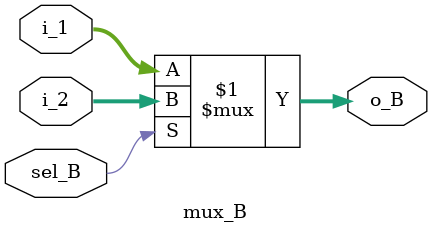
<source format=v>
`timescale 1ns / 1ps


`define MUX_WIDTH1 8
module mux_B(
i_1 , i_2 , o_B  , sel_B 
    );
  
 input sel_B ;
 input [`MUX_WIDTH1-1:0] i_1 , i_2 ; 
 output[`MUX_WIDTH1-1:0] o_B ;  
 
 assign o_B = sel_B ? i_2 :i_1 ;
 
endmodule

</source>
